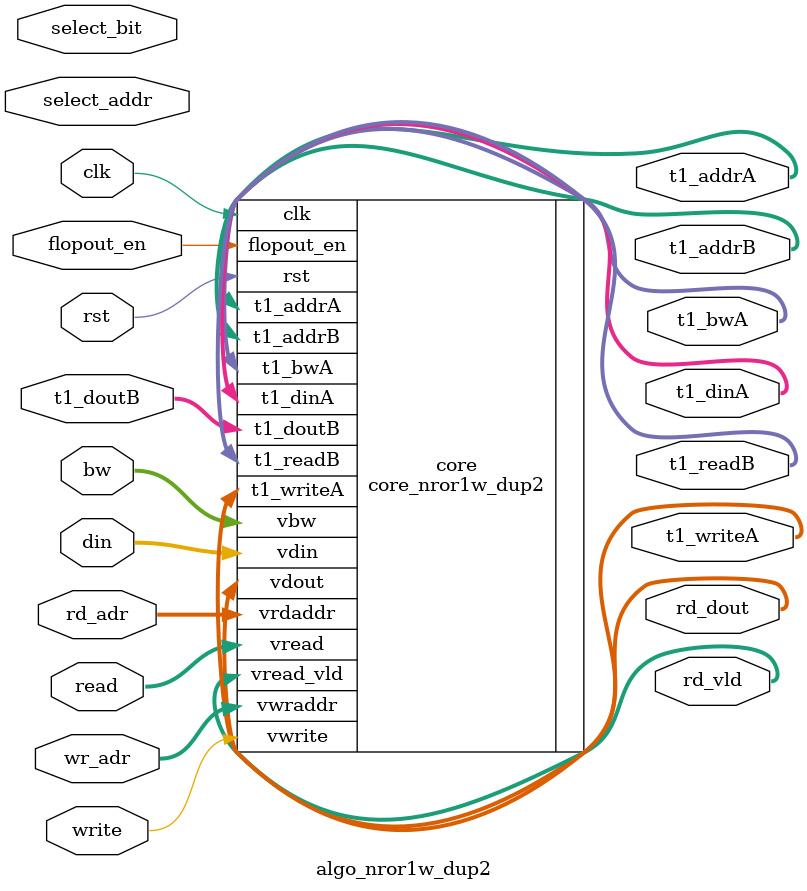
<source format=v>
module algo_nror1w_dup2 ( 
  clk, rst, 
  write, wr_adr, bw, din,
  read, rd_adr, rd_vld, rd_dout, flopout_en,
  t1_writeA, t1_addrA, t1_bwA, t1_dinA, 
  t1_readB, t1_addrB, t1_doutB,
  select_addr, select_bit);
  
  parameter WIDTH = 32;
  parameter BITWDTH = 5;
  parameter ENAPAR = 0;
  parameter ENAECC = 0;
  parameter NUMRDPT = 4;
  parameter NUMADDR = 8192;
  parameter BITADDR = 13;
  parameter NUMVROW = 1024;
  parameter BITVROW = 10;
  parameter NUMVBNK = 8;
  parameter BITVBNK = 3;
  parameter BITPADR = 13;
  parameter REFRESH = 0;
  parameter SRAM_DELAY = 2;
  parameter FLOPIN = 0;
  parameter FLOPOUT = 0;
  parameter FLOPWTH = 1;


  input                                write;
  input [BITADDR-1:0]                  wr_adr;
  input [WIDTH-1:0]                    bw;
  input [WIDTH-1:0]                    din;

  input [NUMRDPT-1:0]                  read;
  input [NUMRDPT*BITADDR-1:0]          rd_adr;
  output [NUMRDPT-1:0]                 rd_vld;
  output [NUMRDPT*WIDTH-1:0]           rd_dout;

  input                                clk, rst;
  input [FLOPWTH-1:0]                  flopout_en;
  input [BITADDR-1:0]                  select_addr;
  input [BITWDTH-1:0]                  select_bit;

  output [NUMRDPT*NUMVBNK-1:0]         t1_writeA;
  output [NUMRDPT*NUMVBNK*BITVROW-1:0] t1_addrA;
  output [NUMRDPT*NUMVBNK*WIDTH-1:0]   t1_bwA;
  output [NUMRDPT*NUMVBNK*WIDTH-1:0]   t1_dinA;
  output [NUMRDPT*NUMVBNK-1:0]         t1_readB;
  output [NUMRDPT*NUMVBNK*BITVROW-1:0] t1_addrB;
  input [NUMRDPT*NUMVBNK*WIDTH-1:0]    t1_doutB;

  core_nror1w_dup2 #(.WIDTH (WIDTH), .BITWDTH (BITWDTH), .NUMRDPT (NUMRDPT), .NUMADDR (NUMADDR), .BITADDR (BITADDR),
                    .NUMVROW (NUMVROW), .BITVROW (BITVROW), .NUMVBNK (NUMVBNK), .BITVBNK (BITVBNK),
                    .SRAM_DELAY (SRAM_DELAY), .FLOPIN (FLOPIN), .FLOPOUT (FLOPOUT), .FLOPWTH(FLOPWTH))
      core (.vwrite(write), .vwraddr(wr_adr), .vbw(bw), .vdin(din),
	        .vread(read), .vrdaddr(rd_adr), .vread_vld(rd_vld), .vdout(rd_dout), .flopout_en(flopout_en),
            .t1_writeA(t1_writeA), .t1_addrA(t1_addrA),.t1_bwA(t1_bwA), .t1_dinA(t1_dinA),
            .t1_readB(t1_readB), .t1_addrB(t1_addrB), .t1_doutB(t1_doutB),
	        .clk (clk), .rst (rst));

`ifdef FORMAL
//synopsys translate_off

assume_select_addr_range: assume property (@(posedge clk) disable iff (rst) (select_addr < NUMADDR));
assume_select_bit_range: assume property (@(posedge clk) disable iff (rst) (select_bit < WIDTH));
assume_select_addr_stable: assume property (@(posedge clk) disable iff (rst) $stable(select_addr));
assume_select_bit_stable: assume property (@(posedge clk) disable iff (rst) $stable(select_bit));

ip_top_sva_nror1w_dup_ramwrap #(
     .WIDTH       (WIDTH),
     .BITWDTH     (BITWDTH),
     .ENAPAR      (ENAPAR),
     .ENAECC      (ENAECC),
     .NUMRDPT     (NUMRDPT),
     .NUMADDR     (NUMADDR),
     .BITADDR     (BITADDR),
     .NUMVBNK     (NUMVBNK),
     .BITVBNK     (BITVBNK),
     .NUMVROW     (NUMVROW),
     .BITVROW     (BITVROW),
     .BITPADR     (BITPADR),
     .SRAM_DELAY  (SRAM_DELAY),
     .FLOPIN      (FLOPIN),
     .FLOPWTH      (FLOPWTH),
     .FLOPOUT     (FLOPOUT))
ip_top_sva (.*);

ip_top_sva_2_nror1w_dup_ramwrap #(
     .WIDTH       (WIDTH),
     .NUMRDPT     (NUMRDPT),
     .NUMADDR     (NUMADDR),
     .BITADDR     (BITADDR),
     .NUMVROW     (NUMVROW),
     .BITVROW     (BITVROW),
     .NUMVBNK     (NUMVBNK),
     .BITVBNK     (BITVBNK))

ip_top_sva_2 (.*);
//synopsys translate_on

`elsif SIM_SVA

genvar sva_int;
// generate for (sva_int=0; sva_int<WIDTH; sva_int=sva_int+1) begin
generate for (sva_int=0; sva_int<1; sva_int=sva_int+1) begin: sva_loop
  wire [BITADDR-1:0] help_addr = sva_int;
  wire [BITWDTH-1:0] help_bit = sva_int;
ip_top_sva_nror1w_dup_ramwrap #(
     .WIDTH       (WIDTH),
     .BITWDTH     (BITWDTH),
     .ENAPAR      (ENAPAR),
     .ENAECC      (ENAECC),
     .NUMRDPT     (NUMRDPT),
     .NUMADDR     (NUMADDR),
     .BITADDR     (BITADDR),
     .NUMVBNK     (NUMVBNK),
     .BITVBNK     (BITVBNK),
     .NUMVROW     (NUMVROW),
     .BITVROW     (BITVROW),
     .BITPADR     (BITPADR),
     .SRAM_DELAY  (SRAM_DELAY),
     .FLOPIN      (FLOPIN),
     .FLOPWTH      (FLOPWTH),
     .FLOPOUT     (FLOPOUT))
ip_top_sva (.select_addr(help_addr), .select_bit (help_bit), .*);
end
endgenerate

ip_top_sva_2_nror1w_dup_ramwrap #(
     .WIDTH       (WIDTH),
     .NUMRDPT     (NUMRDPT),
     .NUMADDR     (NUMADDR),
     .BITADDR     (BITADDR),
     .NUMVROW     (NUMVROW),
     .BITVROW     (BITVROW),
     .NUMVBNK     (NUMVBNK),
     .BITVBNK     (BITVBNK))
ip_top_sva_2 (.*);

`endif

endmodule // algo_nror1w_dup2





</source>
